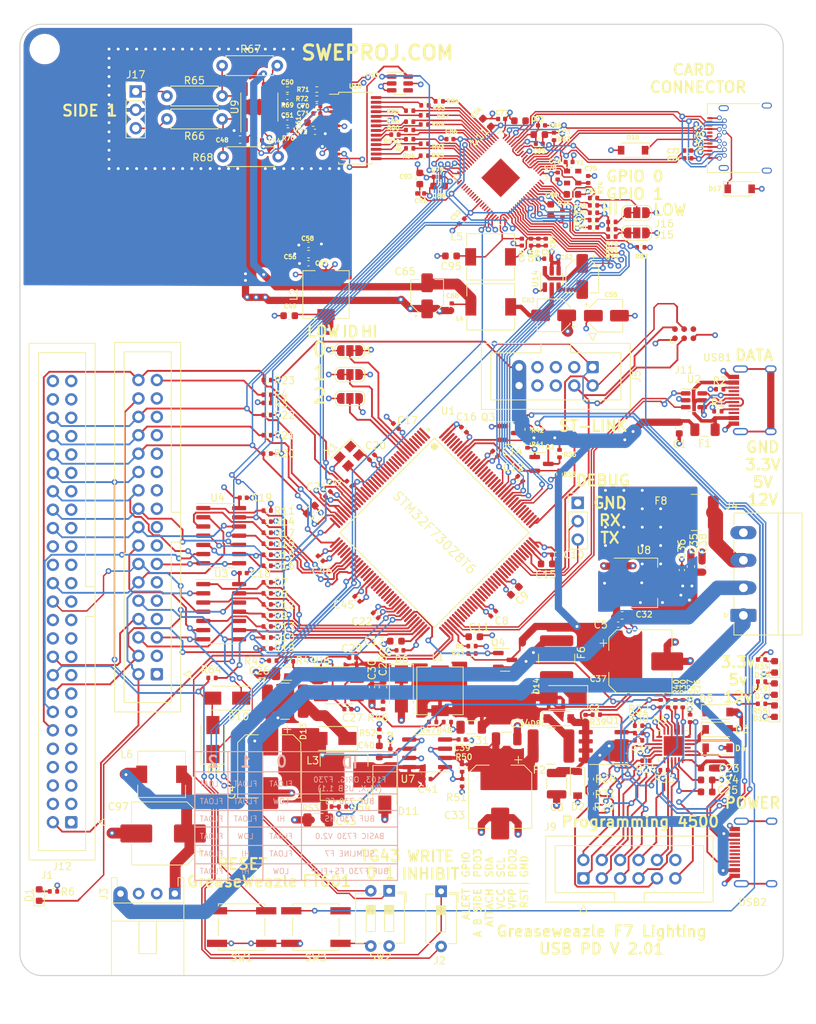
<source format=kicad_pcb>
(kicad_pcb (version 20211014) (generator pcbnew)

  (general
    (thickness 1.6)
  )

  (paper "E")
  (title_block
    (title "Greaseweazle F7 Lighting, USB PD")
    (date "2022-11-15")
    (rev "2.01")
    (company "SweProj.com")
  )

  (layers
    (0 "F.Cu" signal)
    (1 "In1.Cu" power)
    (2 "In2.Cu" power)
    (31 "B.Cu" signal)
    (32 "B.Adhes" user "B.Adhesive")
    (33 "F.Adhes" user "F.Adhesive")
    (34 "B.Paste" user)
    (35 "F.Paste" user)
    (36 "B.SilkS" user "B.Silkscreen")
    (37 "F.SilkS" user "F.Silkscreen")
    (38 "B.Mask" user)
    (39 "F.Mask" user)
    (40 "Dwgs.User" user "User.Drawings")
    (41 "Cmts.User" user "User.Comments")
    (42 "Eco1.User" user "User.Eco1")
    (43 "Eco2.User" user "User.Eco2")
    (44 "Edge.Cuts" user)
    (45 "Margin" user)
    (46 "B.CrtYd" user "B.Courtyard")
    (47 "F.CrtYd" user "F.Courtyard")
    (48 "B.Fab" user)
    (49 "F.Fab" user)
  )

  (setup
    (stackup
      (layer "F.SilkS" (type "Top Silk Screen"))
      (layer "F.Paste" (type "Top Solder Paste"))
      (layer "F.Mask" (type "Top Solder Mask") (thickness 0.01))
      (layer "F.Cu" (type "copper") (thickness 0.035))
      (layer "dielectric 1" (type "core") (thickness 0.48) (material "FR4") (epsilon_r 4.5) (loss_tangent 0.02))
      (layer "In1.Cu" (type "copper") (thickness 0.035))
      (layer "dielectric 2" (type "prepreg") (thickness 0.48) (material "FR4") (epsilon_r 4.5) (loss_tangent 0.02))
      (layer "In2.Cu" (type "copper") (thickness 0.035))
      (layer "dielectric 3" (type "core") (thickness 0.48) (material "FR4") (epsilon_r 4.5) (loss_tangent 0.02))
      (layer "B.Cu" (type "copper") (thickness 0.035))
      (layer "B.Mask" (type "Bottom Solder Mask") (thickness 0.01))
      (layer "B.Paste" (type "Bottom Solder Paste"))
      (layer "B.SilkS" (type "Bottom Silk Screen"))
      (copper_finish "None")
      (dielectric_constraints no)
    )
    (pad_to_mask_clearance 0)
    (pcbplotparams
      (layerselection 0x00010fc_ffffffff)
      (disableapertmacros false)
      (usegerberextensions false)
      (usegerberattributes true)
      (usegerberadvancedattributes true)
      (creategerberjobfile true)
      (svguseinch false)
      (svgprecision 6)
      (excludeedgelayer true)
      (plotframeref false)
      (viasonmask false)
      (mode 1)
      (useauxorigin false)
      (hpglpennumber 1)
      (hpglpenspeed 20)
      (hpglpendiameter 15.000000)
      (dxfpolygonmode true)
      (dxfimperialunits true)
      (dxfusepcbnewfont true)
      (psnegative false)
      (psa4output false)
      (plotreference true)
      (plotvalue true)
      (plotinvisibletext false)
      (sketchpadsonfab false)
      (subtractmaskfromsilk false)
      (outputformat 1)
      (mirror false)
      (drillshape 0)
      (scaleselection 1)
      (outputdirectory "Greaseweazle_V1.01")
    )
  )

  (net 0 "")
  (net 1 "Net-(U11-Pad58)")
  (net 2 "Net-(C2-Pad2)")
  (net 3 "Net-(C2-Pad1)")
  (net 4 "+12V")
  (net 5 "+3V3")
  (net 6 "+5VA")
  (net 7 "Net-(C11-Pad1)")
  (net 8 "Net-(C13-Pad1)")
  (net 9 "Net-(C15-Pad1)")
  (net 10 "/Power_USB/USB_POWER")
  (net 11 "Net-(C24-Pad1)")
  (net 12 "Net-(C25-Pad1)")
  (net 13 "Net-(C27-Pad1)")
  (net 14 "Net-(C28-Pad2)")
  (net 15 "Net-(C28-Pad1)")
  (net 16 "Net-(C29-Pad2)")
  (net 17 "Net-(C29-Pad1)")
  (net 18 "Net-(C31-Pad1)")
  (net 19 "+24V")
  (net 20 "+5V")
  (net 21 "Net-(D15-Pad2)")
  (net 22 "Net-(C39-Pad1)")
  (net 23 "Net-(C40-Pad2)")
  (net 24 "Net-(C40-Pad1)")
  (net 25 "Net-(C41-Pad2)")
  (net 26 "Net-(C41-Pad1)")
  (net 27 "Net-(C43-Pad1)")
  (net 28 "Net-(D1-Pad2)")
  (net 29 "/LED1")
  (net 30 "/Power_USB/CC2")
  (net 31 "/Power_USB/CC1")
  (net 32 "Net-(D7-Pad2)")
  (net 33 "Net-(D8-Pad1)")
  (net 34 "Net-(F8-Pad1)")
  (net 35 "Net-(D12-Pad2)")
  (net 36 "Net-(D13-Pad1)")
  (net 37 "Net-(D14-Pad1)")
  (net 38 "Net-(F1-Pad2)")
  (net 39 "/~{RDY}")
  (net 40 "/~{WR_PROT}")
  (net 41 "/~{TRK_00}")
  (net 42 "/~{INDEX}")
  (net 43 "Net-(J1-Pad6)")
  (net 44 "Net-(J1-Pad33)")
  (net 45 "/SWDIO")
  (net 46 "/SWCLK")
  (net 47 "/ID2")
  (net 48 "Net-(C73-Pad2)")
  (net 49 "/Power_USB/RST")
  (net 50 "/Power_USB/POWER_PDO2")
  (net 51 "VPP")
  (net 52 "/Power_USB/SCL")
  (net 53 "/Power_USB/SDA")
  (net 54 "/Power_USB/ATTACH")
  (net 55 "/Power_USB/POWER_PDO3")
  (net 56 "/Power_USB/A_B_SIDE")
  (net 57 "/Power_USB/GPIO")
  (net 58 "/Power_USB/ALERT")
  (net 59 "Net-(Q1-Pad4)")
  (net 60 "Net-(R1-Pad2)")
  (net 61 "Net-(R2-Pad2)")
  (net 62 "/~{FLIPPY}")
  (net 63 "Net-(R5-Pad1)")
  (net 64 "/~{DENS}")
  (net 65 "/SPARE1")
  (net 66 "/SPARE2")
  (net 67 "/~{M0}")
  (net 68 "/~{DS1}")
  (net 69 "/~{DS0}")
  (net 70 "/~{DIR}")
  (net 71 "/~{STEP}")
  (net 72 "/~{WR_DAT}")
  (net 73 "/~{WR_GATE}")
  (net 74 "/~{SIDE}")
  (net 75 "Net-(R24-Pad1)")
  (net 76 "Net-(R38-Pad2)")
  (net 77 "Net-(R40-Pad1)")
  (net 78 "Net-(R44-Pad2)")
  (net 79 "Net-(R47-Pad2)")
  (net 80 "Net-(R50-Pad2)")
  (net 81 "Net-(R53-Pad2)")
  (net 82 "/~{M1}")
  (net 83 "/USB_D+")
  (net 84 "/USB_D-")
  (net 85 "Net-(U1-Pad23)")
  (net 86 "Net-(U2-Pad4)")
  (net 87 "unconnected-(J5-Pad3)")
  (net 88 "nRST")
  (net 89 "/RX")
  (net 90 "/TX")
  (net 91 "unconnected-(U1-Pad142)")
  (net 92 "unconnected-(U1-Pad141)")
  (net 93 "unconnected-(U1-Pad140)")
  (net 94 "unconnected-(U1-Pad139)")
  (net 95 "unconnected-(U1-Pad135)")
  (net 96 "unconnected-(U1-Pad134)")
  (net 97 "unconnected-(U1-Pad133)")
  (net 98 "unconnected-(U1-Pad132)")
  (net 99 "unconnected-(U1-Pad129)")
  (net 100 "unconnected-(U1-Pad128)")
  (net 101 "unconnected-(U1-Pad127)")
  (net 102 "unconnected-(U1-Pad126)")
  (net 103 "unconnected-(U1-Pad125)")
  (net 104 "unconnected-(U1-Pad124)")
  (net 105 "Net-(C97-Pad1)")
  (net 106 "Net-(R83-Pad1)")
  (net 107 "/BE_0")
  (net 108 "unconnected-(U1-Pad117)")
  (net 109 "unconnected-(U1-Pad114)")
  (net 110 "unconnected-(U1-Pad113)")
  (net 111 "unconnected-(U1-Pad112)")
  (net 112 "unconnected-(U1-Pad111)")
  (net 113 "unconnected-(U1-Pad110)")
  (net 114 "/AD_USB/TX+")
  (net 115 "Net-(C74-Pad2)")
  (net 116 "unconnected-(U1-Pad63)")
  (net 117 "unconnected-(U1-Pad60)")
  (net 118 "unconnected-(U1-Pad59)")
  (net 119 "unconnected-(U1-Pad58)")
  (net 120 "unconnected-(U1-Pad57)")
  (net 121 "unconnected-(U1-Pad56)")
  (net 122 "unconnected-(U1-Pad55)")
  (net 123 "unconnected-(U1-Pad54)")
  (net 124 "unconnected-(U1-Pad53)")
  (net 125 "unconnected-(U1-Pad50)")
  (net 126 "unconnected-(U1-Pad49)")
  (net 127 "unconnected-(U1-Pad45)")
  (net 128 "unconnected-(U1-Pad41)")
  (net 129 "unconnected-(U1-Pad40)")
  (net 130 "unconnected-(U1-Pad104)")
  (net 131 "unconnected-(U1-Pad103)")
  (net 132 "unconnected-(U1-Pad100)")
  (net 133 "unconnected-(U1-Pad99)")
  (net 134 "unconnected-(U1-Pad98)")
  (net 135 "unconnected-(U1-Pad97)")
  (net 136 "unconnected-(U1-Pad96)")
  (net 137 "unconnected-(U1-Pad93)")
  (net 138 "unconnected-(U1-Pad92)")
  (net 139 "unconnected-(U1-Pad91)")
  (net 140 "unconnected-(U1-Pad90)")
  (net 141 "unconnected-(U1-Pad89)")
  (net 142 "unconnected-(U1-Pad88)")
  (net 143 "unconnected-(U1-Pad87)")
  (net 144 "unconnected-(U1-Pad84)")
  (net 145 "unconnected-(U1-Pad83)")
  (net 146 "unconnected-(U1-Pad82)")
  (net 147 "unconnected-(U1-Pad81)")
  (net 148 "unconnected-(U1-Pad80)")
  (net 149 "unconnected-(U1-Pad79)")
  (net 150 "unconnected-(U1-Pad26)")
  (net 151 "unconnected-(U1-Pad24)")
  (net 152 "unconnected-(U1-Pad22)")
  (net 153 "unconnected-(U1-Pad21)")
  (net 154 "unconnected-(U1-Pad20)")
  (net 155 "unconnected-(U1-Pad19)")
  (net 156 "unconnected-(U1-Pad18)")
  (net 157 "unconnected-(U1-Pad15)")
  (net 158 "unconnected-(U1-Pad14)")
  (net 159 "unconnected-(U1-Pad13)")
  (net 160 "unconnected-(U1-Pad12)")
  (net 161 "unconnected-(U1-Pad11)")
  (net 162 "unconnected-(U1-Pad10)")
  (net 163 "unconnected-(U1-Pad5)")
  (net 164 "unconnected-(U1-Pad4)")
  (net 165 "unconnected-(U1-Pad3)")
  (net 166 "unconnected-(U1-Pad2)")
  (net 167 "unconnected-(U1-Pad1)")
  (net 168 "unconnected-(U5-Pad3)")
  (net 169 "unconnected-(USB1-Pad3)")
  (net 170 "unconnected-(USB1-Pad9)")
  (net 171 "unconnected-(USB1-Pad13)")
  (net 172 "unconnected-(USB2-Pad3)")
  (net 173 "unconnected-(USB2-Pad9)")
  (net 174 "unconnected-(USB2-Pad5)")
  (net 175 "unconnected-(USB2-Pad8)")
  (net 176 "unconnected-(USB2-Pad7)")
  (net 177 "unconnected-(USB2-Pad6)")
  (net 178 "unconnected-(X1-Pad1)")
  (net 179 "Net-(U2-Pad6)")
  (net 180 "unconnected-(J11-Pad6)")
  (net 181 "SCL_3V3")
  (net 182 "SDA_3V3")
  (net 183 "/P_STUSB")
  (net 184 "/~{MOTOR_EN}")
  (net 185 "Net-(C44-Pad2)")
  (net 186 "Net-(C50-Pad2)")
  (net 187 "unconnected-(J12-Pad4)")
  (net 188 "Net-(C51-Pad2)")
  (net 189 "unconnected-(J12-Pad6)")
  (net 190 "Net-(C61-Pad1)")
  (net 191 "unconnected-(J12-Pad8)")
  (net 192 "Net-(C61-Pad2)")
  (net 193 "unconnected-(J12-Pad10)")
  (net 194 "Net-(R65-Pad1)")
  (net 195 "Net-(R66-Pad1)")
  (net 196 "Net-(R67-Pad1)")
  (net 197 "Net-(R68-Pad1)")
  (net 198 "Net-(R71-Pad1)")
  (net 199 "unconnected-(J12-Pad22)")
  (net 200 "unconnected-(U9-Pad7)")
  (net 201 "unconnected-(J12-Pad24)")
  (net 202 "unconnected-(U10-Pad1)")
  (net 203 "unconnected-(J12-Pad30)")
  (net 204 "unconnected-(J12-Pad32)")
  (net 205 "/BE_1")
  (net 206 "/BE_2")
  (net 207 "/BE_3")
  (net 208 "/TXE_N")
  (net 209 "+3.3VADC")
  (net 210 "Net-(C62-Pad1)")
  (net 211 "Net-(C62-Pad2)")
  (net 212 "-3V3")
  (net 213 "/~{DENSEL}")
  (net 214 "/INUSE")
  (net 215 "/~{M0_EN}")
  (net 216 "/~{DRIVE1}")
  (net 217 "/~{DRIVE0}")
  (net 218 "/~{M1_EN}")
  (net 219 "/~{DIRECTION}")
  (net 220 "/~{STEPS}")
  (net 221 "/~{WR_DATA}")
  (net 222 "/~{WR_GATE_OUT}")
  (net 223 "/~{SIDE_SEL}")
  (net 224 "unconnected-(J12-Pad50)")
  (net 225 "/RXE_N")
  (net 226 "unconnected-(J12-Pad48)")
  (net 227 "Net-(J2-Pad2)")
  (net 228 "Net-(C63-Pad2)")
  (net 229 "Net-(C75-Pad1)")
  (net 230 "Net-(C76-Pad1)")
  (net 231 "Net-(D16-Pad1)")
  (net 232 "Net-(D17-Pad1)")
  (net 233 "Net-(J17-Pad1)")
  (net 234 "Net-(J17-Pad3)")
  (net 235 "/AD_USB/D+")
  (net 236 "/AD_USB/D-")
  (net 237 "/AD_USB/RX-")
  (net 238 "unconnected-(USB3-PadA8)")
  (net 239 "unconnected-(USB3-PadB8)")
  (net 240 "/~{RD_DATA}")
  (net 241 "/PA0")
  (net 242 "/PA1")
  (net 243 "/AD/CLK_60MHz")
  (net 244 "/PA2")
  (net 245 "/PA3")
  (net 246 "unconnected-(U11-Pad76)")
  (net 247 "unconnected-(U11-Pad77)")
  (net 248 "/PA4")
  (net 249 "/PA5")
  (net 250 "/PA6")
  (net 251 "/PA7")
  (net 252 "/PA8")
  (net 253 "/PA9")
  (net 254 "/PA10")
  (net 255 "/PA11")
  (net 256 "unconnected-(Y1-Pad2)")
  (net 257 "unconnected-(Y1-Pad4)")
  (net 258 "/~{TG43_0}")
  (net 259 "/~{TG43_1}")
  (net 260 "/AD_USB/RX+")
  (net 261 "Net-(J15-Pad1)")
  (net 262 "Net-(R73-Pad2)")
  (net 263 "Net-(R74-Pad2)")
  (net 264 "Net-(R76-Pad2)")
  (net 265 "Net-(R77-Pad1)")
  (net 266 "/AD_USB/VD10")
  (net 267 "/AD_USB/VCCIO")
  (net 268 "/AD_USB/AVDD")
  (net 269 "Net-(R78-Pad1)")
  (net 270 "Net-(R79-Pad1)")
  (net 271 "Net-(R80-Pad1)")
  (net 272 "Net-(J16-Pad1)")
  (net 273 "/AD_USB/FT_RST")
  (net 274 "GND")
  (net 275 "unconnected-(U13-Pad4)")
  (net 276 "Net-(R84-Pad2)")
  (net 277 "Net-(R85-Pad2)")
  (net 278 "Net-(R86-Pad2)")
  (net 279 "Net-(R87-Pad2)")
  (net 280 "Net-(R88-Pad2)")
  (net 281 "Net-(R89-Pad2)")
  (net 282 "Net-(R90-Pad2)")
  (net 283 "Net-(R91-Pad2)")
  (net 284 "Net-(R92-Pad2)")
  (net 285 "Net-(R93-Pad2)")
  (net 286 "Net-(R94-Pad2)")
  (net 287 "Net-(R95-Pad2)")
  (net 288 "unconnected-(U11-Pad60)")
  (net 289 "unconnected-(U11-Pad61)")
  (net 290 "unconnected-(U11-Pad62)")
  (net 291 "unconnected-(U11-Pad63)")
  (net 292 "unconnected-(U11-Pad64)")
  (net 293 "unconnected-(U11-Pad65)")
  (net 294 "unconnected-(U11-Pad66)")
  (net 295 "unconnected-(U11-Pad67)")
  (net 296 "unconnected-(U11-Pad69)")
  (net 297 "unconnected-(U11-Pad70)")
  (net 298 "unconnected-(U11-Pad71)")
  (net 299 "unconnected-(U11-Pad72)")
  (net 300 "/AD_USB/VBUS")
  (net 301 "/AD_USB/TX-")

  (footprint "MountingHole:MountingHole_3.2mm_M3" (layer "F.Cu") (at 192.532 33.02))

  (footprint "MountingHole:MountingHole_3.2mm_M3" (layer "F.Cu") (at 192.532 157.48))

  (footprint "MountingHole:MountingHole_3.2mm_M3" (layer "F.Cu") (at 93.98 33.02))

  (footprint "Capacitor_SMD:C_0402_1005Metric" (layer "F.Cu") (at 136.060589 93.060589 135))

  (footprint "Capacitor_SMD:C_0603_1608Metric" (layer "F.Cu") (at 181.642 85.344 90))

  (footprint "Capacitor_SMD:C_0402_1005Metric" (layer "F.Cu") (at 168.7 125.476 90))

  (footprint "Capacitor_SMD:C_1210_3225Metric" (layer "F.Cu") (at 164.7 134.5 -90))

  (footprint "Capacitor_SMD:C_0402_1005Metric" (layer "F.Cu") (at 143.06 116.078 180))

  (footprint "Capacitor_SMD:C_0402_1005Metric" (layer "F.Cu") (at 155.956 110.998 -135))

  (footprint "Capacitor_SMD:C_0603_1608Metric" (layer "F.Cu") (at 158.9278 107.8484 -135))

  (footprint "Capacitor_SMD:C_0402_1005Metric" (layer "F.Cu") (at 164.5412 102.87 180))

  (footprint "Capacitor_SMD:C_0603_1608Metric" (layer "F.Cu") (at 153.325 114.2))

  (footprint "Capacitor_SMD:C_0402_1005Metric" (layer "F.Cu") (at 159.680589 92.370589 -45))

  (footprint "Capacitor_SMD:C_0603_1608Metric" (layer "F.Cu") (at 142.494 114.808 180))

  (footprint "Capacitor_SMD:C_0402_1005Metric" (layer "F.Cu") (at 156.21 88.9 -45))

  (footprint "Capacitor_SMD:C_0603_1608Metric" (layer "F.Cu") (at 163.322 104.14))

  (footprint "Capacitor_SMD:C_0402_1005Metric" (layer "F.Cu") (at 151.892 85.598 -45))

  (footprint "Capacitor_SMD:C_0402_1005Metric" (layer "F.Cu") (at 142.494 85.09 135))

  (footprint "Capacitor_SMD:C_0402_1005Metric" (layer "F.Cu") (at 121.412 105.41))

  (footprint "Capacitor_SMD:C_0402_1005Metric" (layer "F.Cu") (at 121.412 94.996))

  (footprint "Capacitor_SMD:C_0402_1005Metric" (layer "F.Cu") (at 139.192 89.408 45))

  (footprint "Capacitor_SMD:C_0402_1005Metric" (layer "F.Cu") (at 133.096 94.488 -135))

  (footprint "Capacitor_SMD:C_0402_1005Metric" (layer "F.Cu") (at 139.7 111.252 135))

  (footprint "Capacitor_SMD:C_0603_1608Metric" (layer "F.Cu") (at 185.42 132.334))

  (footprint "Capacitor_SMD:C_0603_1608Metric" (layer "F.Cu") (at 185.42 133.985))

  (footprint "Capacitor_SMD:C_0603_1608Metric" (layer "F.Cu") (at 185.42 135.636))

  (footprint "Capacitor_SMD:C_1206_3216Metric" (layer "F.Cu") (at 127.4 119.3 180))

  (footprint "Capacitor_SMD:C_0402_1005Metric" (layer "F.Cu") (at 135.862 124.206))

  (footprint "Capacitor_SMD:C_0603_1608Metric" (layer "F.Cu") (at 140.716 121.158 -90))

  (footprint "Capacitor_SMD:C_0402_1005Metric" (layer "F.Cu") (at 136.535 117.1 180))

  (footprint "Capacitor_SMD:C_0402_1005Metric" (layer "F.Cu") (at 139.192 121.158 -90))

  (footprint "Capacitor_SMD:C_1206_3216Metric" (layer "F.Cu") (at 152.9 126.7 180))

  (footprint "Capacitor_SMD:CP_Elec_8x10.5" (layer "F.Cu") (at 156.9 136.3 -90))

  (footprint "Capacitor_SMD:C_1206_3216Metric" (layer "F.Cu") (at 157.8 128.3))

  (footprint "Capacitor_SMD:C_0402_1005Metric" (layer "F.Cu") (at 151.638 128.4))

  (footprint "Capacitor_SMD:C_0603_1608Metric" (layer "F.Cu") (at 140.208 130.048 90))

  (footprint "Capacitor_SMD:C_0402_1005Metric" (layer "F.Cu") (at 146.812 133.858))

  (footprint "Capacitor_SMD:C_0402_1005Metric" (layer "F.Cu") (at 141.732 130.175 90))

  (footprint "Diode_SMD:D_SOD-123" (layer "F.Cu") (at 167.6 134.5 -90))

  (footprint "Diode_SMD:D_SOD-123" (layer "F.Cu") (at 186.944 127))

  (footprint "Diode_SMD:D_SOD-123" (layer "F.Cu") (at 186.944 129.54))

  (footprint "Diode_SMD:D_SMA" (layer "F.Cu") (at 143.256 121.412 -90))

  (footprint "Diode_SMD:D_SOD-123" (layer "F.Cu") (at 165 125.5))

  (footprint "Diode_SMD:D_SMA" (layer "F.Cu") (at 140.97 135.382 -90))

  (footprint "Diode_SMD:D_SMA" (layer "F.Cu") (at 133.8 128.25 180))

  (footprint "Diode_SMD:D_SMA" (layer "F.Cu") (at 165.6 122.6 180))

  (footprint "Greaseweazle:Fuse_1206_3216Metric" (layer "F.Cu") (at 185.198 85.598))

  (footprint "Greaseweazle:Fuse_2018Metric" (layer "F.Cu") (at 163.9 129.3))

  (footprint "Greaseweazle:Fuse_2018Metric" (layer "F.Cu") (at 164.7 117.2 -90))

  (footprint "Greaseweazle:Fuse_2018Metric" (layer "F.Cu") (at 127.2 123.1))

  (footprint "Connector_Phoenix_MC:PhoenixContact_MC_1,5_4-G-3.81_1x04_P3.81mm_Horizontal" (layer "F.Cu") (at 190.5 111.252 90))

  (footprint "Connector_IDC:IDC-Header_2x05_P2.54mm_Vertical" (layer "F.Cu") (at 169.672 76.962 -90))

  (footprint "Jumper:SolderJumper-3_P1.3mm_Open_RoundedPad1.0x1.5mm_NumberLabels" (layer "F.Cu") (at 136.144 81.28 180))

  (footprint "Connector_IDC:IDC-Header_2x06_P2.54mm_Vertical" (layer "F.Cu") (at 168.402 147.574 90))

  (footprint "Greaseweazle:L_6.3x6.3_H3" (layer "F.Cu") (at 148.59 121.666 -90))

  (footprint "Greaseweazle:L_6.3x6.3_H3" (layer "F.Cu") (at 135.338 133.604 180))

  (footprint "Package_SO:SOIC-8_3.9x4.9mm_P1.27mm" (layer "F.Cu")
    (tedit 5D9F72B1) (tstamp 00000000-0000-0000-0000-000060f2ac27)
    (at 171.196 129.286 180)
    (descr "SOIC, 8 Pin (JEDEC MS-012AA, https://www.analog.com/media/en/package-pcb-resources/package/pkg_pdf/soic_narrow-r/r_8.pdf), generated with kicad-footprint-generator ipc_gullwing_generator.py")
    (tags "SOIC SO")
    (property "LCSC" "C469397")
    (property "Sheetfile" "Power_USB.kicad_sch")
    (property "Sheetname" "Power_USB")
    (path "/00000000-0000-0000-0000-0000618a932e/00000000-0000-0000-0000-000061c7c2e9")
    (attr smd)
    (fp_text reference "Q1" (at -1.27 3.556) (layer "F.SilkS")
      (effects (font (size 1 1) (thickness 0.15)))
      (tstamp e83a9207-ba93-43d4-bac7-57b644c08ec3)
    )
    (fp_text value "AO4407C" (at 0 3.4) (layer "F.Fab")
      (effects (font (size 1 1) (thickness 0.15)))
      (tstamp 02c2af20-e293-47f8-9f2d-34b0aca49eb2)
    )
    (fp_text user "${REFERENCE}" (at 0 0) (layer "F.Fab")
      (effects (font (size 0.98 0.98) (thickness 0.15)))
      (tstamp 9fc3a157-5ea0-49c1-a4f1-a7f62cd39c4a)
    )
    (fp_line (start 0 -2.56) (end -3.45 -2.56) (layer "F.SilkS") (width 0.12) (tstamp 62c6f8fd-5f98-45b7-bb10-cb287c7234dc))
    (fp_line (start 0 -2.56) (end 1.95 -2.56) (layer "F.SilkS") (width 0.12) (tstamp 7f5c88eb-58c9-4dab-b822-76648fe1e5ec))
    (fp_line (start 0 2.56) (end -1.95 2.56) (layer "F.SilkS") (width 0.12) (tstamp cf74a0fb-9e70-4ecd-9814-7bef05edfc31))
    (fp_line (start 0 2.56) (end 1.95 2.56) (layer "F.Silk
... [3705702 chars truncated]
</source>
